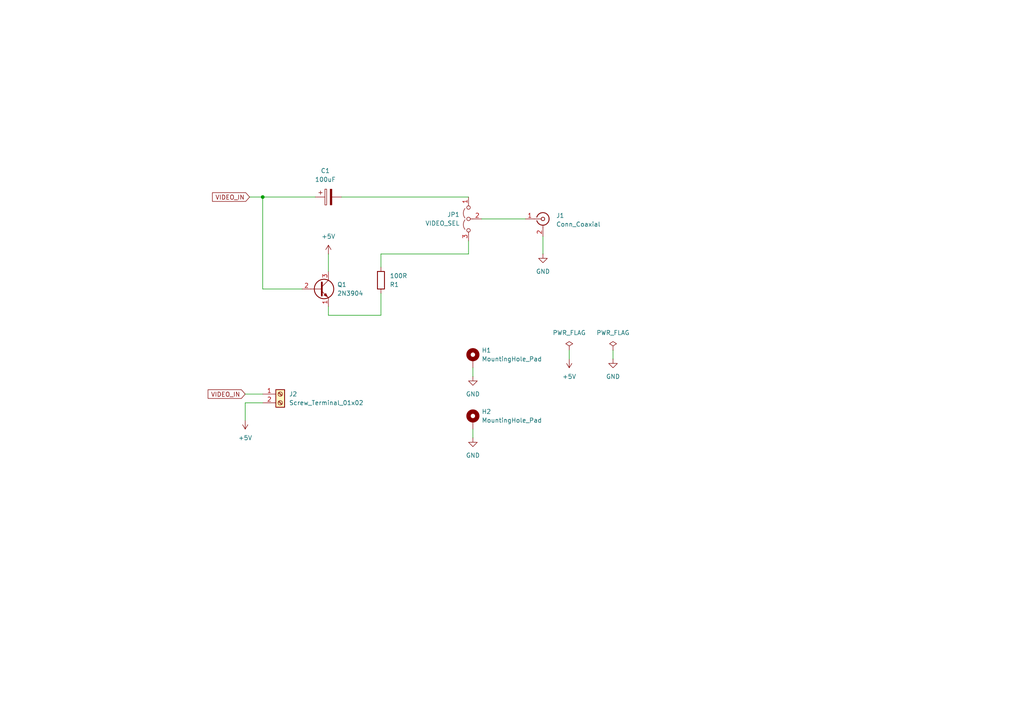
<source format=kicad_sch>
(kicad_sch
	(version 20250114)
	(generator "eeschema")
	(generator_version "9.0")
	(uuid "00b037ea-7c6c-45bd-a076-4a9a7eedba6d")
	(paper "A4")
	(lib_symbols
		(symbol "Connector:Conn_Coaxial"
			(pin_names
				(offset 1.016)
				(hide yes)
			)
			(exclude_from_sim no)
			(in_bom yes)
			(on_board yes)
			(property "Reference" "J"
				(at 0.254 3.048 0)
				(effects
					(font
						(size 1.27 1.27)
					)
				)
			)
			(property "Value" "Conn_Coaxial"
				(at 2.921 0 90)
				(effects
					(font
						(size 1.27 1.27)
					)
				)
			)
			(property "Footprint" ""
				(at 0 0 0)
				(effects
					(font
						(size 1.27 1.27)
					)
					(hide yes)
				)
			)
			(property "Datasheet" "~"
				(at 0 0 0)
				(effects
					(font
						(size 1.27 1.27)
					)
					(hide yes)
				)
			)
			(property "Description" "coaxial connector (BNC, SMA, SMB, SMC, Cinch/RCA, LEMO, ...)"
				(at 0 0 0)
				(effects
					(font
						(size 1.27 1.27)
					)
					(hide yes)
				)
			)
			(property "ki_keywords" "BNC SMA SMB SMC LEMO coaxial connector CINCH RCA MCX MMCX U.FL UMRF"
				(at 0 0 0)
				(effects
					(font
						(size 1.27 1.27)
					)
					(hide yes)
				)
			)
			(property "ki_fp_filters" "*BNC* *SMA* *SMB* *SMC* *Cinch* *LEMO* *UMRF* *MCX* *U.FL*"
				(at 0 0 0)
				(effects
					(font
						(size 1.27 1.27)
					)
					(hide yes)
				)
			)
			(symbol "Conn_Coaxial_0_1"
				(polyline
					(pts
						(xy -2.54 0) (xy -0.508 0)
					)
					(stroke
						(width 0)
						(type default)
					)
					(fill
						(type none)
					)
				)
				(arc
					(start 1.778 0)
					(mid 0.222 -1.8079)
					(end -1.778 -0.508)
					(stroke
						(width 0.254)
						(type default)
					)
					(fill
						(type none)
					)
				)
				(arc
					(start -1.778 0.508)
					(mid 0.2221 1.8084)
					(end 1.778 0)
					(stroke
						(width 0.254)
						(type default)
					)
					(fill
						(type none)
					)
				)
				(circle
					(center 0 0)
					(radius 0.508)
					(stroke
						(width 0.2032)
						(type default)
					)
					(fill
						(type none)
					)
				)
				(polyline
					(pts
						(xy 0 -2.54) (xy 0 -1.778)
					)
					(stroke
						(width 0)
						(type default)
					)
					(fill
						(type none)
					)
				)
			)
			(symbol "Conn_Coaxial_1_1"
				(pin passive line
					(at -5.08 0 0)
					(length 2.54)
					(name "In"
						(effects
							(font
								(size 1.27 1.27)
							)
						)
					)
					(number "1"
						(effects
							(font
								(size 1.27 1.27)
							)
						)
					)
				)
				(pin passive line
					(at 0 -5.08 90)
					(length 2.54)
					(name "Ext"
						(effects
							(font
								(size 1.27 1.27)
							)
						)
					)
					(number "2"
						(effects
							(font
								(size 1.27 1.27)
							)
						)
					)
				)
			)
			(embedded_fonts no)
		)
		(symbol "Connector:Screw_Terminal_01x02"
			(pin_names
				(offset 1.016)
				(hide yes)
			)
			(exclude_from_sim no)
			(in_bom yes)
			(on_board yes)
			(property "Reference" "J"
				(at 0 2.54 0)
				(effects
					(font
						(size 1.27 1.27)
					)
				)
			)
			(property "Value" "Screw_Terminal_01x02"
				(at 0 -5.08 0)
				(effects
					(font
						(size 1.27 1.27)
					)
				)
			)
			(property "Footprint" ""
				(at 0 0 0)
				(effects
					(font
						(size 1.27 1.27)
					)
					(hide yes)
				)
			)
			(property "Datasheet" "~"
				(at 0 0 0)
				(effects
					(font
						(size 1.27 1.27)
					)
					(hide yes)
				)
			)
			(property "Description" "Generic screw terminal, single row, 01x02, script generated (kicad-library-utils/schlib/autogen/connector/)"
				(at 0 0 0)
				(effects
					(font
						(size 1.27 1.27)
					)
					(hide yes)
				)
			)
			(property "ki_keywords" "screw terminal"
				(at 0 0 0)
				(effects
					(font
						(size 1.27 1.27)
					)
					(hide yes)
				)
			)
			(property "ki_fp_filters" "TerminalBlock*:*"
				(at 0 0 0)
				(effects
					(font
						(size 1.27 1.27)
					)
					(hide yes)
				)
			)
			(symbol "Screw_Terminal_01x02_1_1"
				(rectangle
					(start -1.27 1.27)
					(end 1.27 -3.81)
					(stroke
						(width 0.254)
						(type default)
					)
					(fill
						(type background)
					)
				)
				(polyline
					(pts
						(xy -0.5334 0.3302) (xy 0.3302 -0.508)
					)
					(stroke
						(width 0.1524)
						(type default)
					)
					(fill
						(type none)
					)
				)
				(polyline
					(pts
						(xy -0.5334 -2.2098) (xy 0.3302 -3.048)
					)
					(stroke
						(width 0.1524)
						(type default)
					)
					(fill
						(type none)
					)
				)
				(polyline
					(pts
						(xy -0.3556 0.508) (xy 0.508 -0.3302)
					)
					(stroke
						(width 0.1524)
						(type default)
					)
					(fill
						(type none)
					)
				)
				(polyline
					(pts
						(xy -0.3556 -2.032) (xy 0.508 -2.8702)
					)
					(stroke
						(width 0.1524)
						(type default)
					)
					(fill
						(type none)
					)
				)
				(circle
					(center 0 0)
					(radius 0.635)
					(stroke
						(width 0.1524)
						(type default)
					)
					(fill
						(type none)
					)
				)
				(circle
					(center 0 -2.54)
					(radius 0.635)
					(stroke
						(width 0.1524)
						(type default)
					)
					(fill
						(type none)
					)
				)
				(pin passive line
					(at -5.08 0 0)
					(length 3.81)
					(name "Pin_1"
						(effects
							(font
								(size 1.27 1.27)
							)
						)
					)
					(number "1"
						(effects
							(font
								(size 1.27 1.27)
							)
						)
					)
				)
				(pin passive line
					(at -5.08 -2.54 0)
					(length 3.81)
					(name "Pin_2"
						(effects
							(font
								(size 1.27 1.27)
							)
						)
					)
					(number "2"
						(effects
							(font
								(size 1.27 1.27)
							)
						)
					)
				)
			)
			(embedded_fonts no)
		)
		(symbol "Device:C_Polarized"
			(pin_numbers
				(hide yes)
			)
			(pin_names
				(offset 0.254)
			)
			(exclude_from_sim no)
			(in_bom yes)
			(on_board yes)
			(property "Reference" "C"
				(at 0.635 2.54 0)
				(effects
					(font
						(size 1.27 1.27)
					)
					(justify left)
				)
			)
			(property "Value" "C_Polarized"
				(at 0.635 -2.54 0)
				(effects
					(font
						(size 1.27 1.27)
					)
					(justify left)
				)
			)
			(property "Footprint" ""
				(at 0.9652 -3.81 0)
				(effects
					(font
						(size 1.27 1.27)
					)
					(hide yes)
				)
			)
			(property "Datasheet" "~"
				(at 0 0 0)
				(effects
					(font
						(size 1.27 1.27)
					)
					(hide yes)
				)
			)
			(property "Description" "Polarized capacitor"
				(at 0 0 0)
				(effects
					(font
						(size 1.27 1.27)
					)
					(hide yes)
				)
			)
			(property "ki_keywords" "cap capacitor"
				(at 0 0 0)
				(effects
					(font
						(size 1.27 1.27)
					)
					(hide yes)
				)
			)
			(property "ki_fp_filters" "CP_*"
				(at 0 0 0)
				(effects
					(font
						(size 1.27 1.27)
					)
					(hide yes)
				)
			)
			(symbol "C_Polarized_0_1"
				(rectangle
					(start -2.286 0.508)
					(end 2.286 1.016)
					(stroke
						(width 0)
						(type default)
					)
					(fill
						(type none)
					)
				)
				(polyline
					(pts
						(xy -1.778 2.286) (xy -0.762 2.286)
					)
					(stroke
						(width 0)
						(type default)
					)
					(fill
						(type none)
					)
				)
				(polyline
					(pts
						(xy -1.27 2.794) (xy -1.27 1.778)
					)
					(stroke
						(width 0)
						(type default)
					)
					(fill
						(type none)
					)
				)
				(rectangle
					(start 2.286 -0.508)
					(end -2.286 -1.016)
					(stroke
						(width 0)
						(type default)
					)
					(fill
						(type outline)
					)
				)
			)
			(symbol "C_Polarized_1_1"
				(pin passive line
					(at 0 3.81 270)
					(length 2.794)
					(name "~"
						(effects
							(font
								(size 1.27 1.27)
							)
						)
					)
					(number "1"
						(effects
							(font
								(size 1.27 1.27)
							)
						)
					)
				)
				(pin passive line
					(at 0 -3.81 90)
					(length 2.794)
					(name "~"
						(effects
							(font
								(size 1.27 1.27)
							)
						)
					)
					(number "2"
						(effects
							(font
								(size 1.27 1.27)
							)
						)
					)
				)
			)
			(embedded_fonts no)
		)
		(symbol "Device:R"
			(pin_numbers
				(hide yes)
			)
			(pin_names
				(offset 0)
			)
			(exclude_from_sim no)
			(in_bom yes)
			(on_board yes)
			(property "Reference" "R"
				(at 2.032 0 90)
				(effects
					(font
						(size 1.27 1.27)
					)
				)
			)
			(property "Value" "R"
				(at 0 0 90)
				(effects
					(font
						(size 1.27 1.27)
					)
				)
			)
			(property "Footprint" ""
				(at -1.778 0 90)
				(effects
					(font
						(size 1.27 1.27)
					)
					(hide yes)
				)
			)
			(property "Datasheet" "~"
				(at 0 0 0)
				(effects
					(font
						(size 1.27 1.27)
					)
					(hide yes)
				)
			)
			(property "Description" "Resistor"
				(at 0 0 0)
				(effects
					(font
						(size 1.27 1.27)
					)
					(hide yes)
				)
			)
			(property "ki_keywords" "R res resistor"
				(at 0 0 0)
				(effects
					(font
						(size 1.27 1.27)
					)
					(hide yes)
				)
			)
			(property "ki_fp_filters" "R_*"
				(at 0 0 0)
				(effects
					(font
						(size 1.27 1.27)
					)
					(hide yes)
				)
			)
			(symbol "R_0_1"
				(rectangle
					(start -1.016 -2.54)
					(end 1.016 2.54)
					(stroke
						(width 0.254)
						(type default)
					)
					(fill
						(type none)
					)
				)
			)
			(symbol "R_1_1"
				(pin passive line
					(at 0 3.81 270)
					(length 1.27)
					(name "~"
						(effects
							(font
								(size 1.27 1.27)
							)
						)
					)
					(number "1"
						(effects
							(font
								(size 1.27 1.27)
							)
						)
					)
				)
				(pin passive line
					(at 0 -3.81 90)
					(length 1.27)
					(name "~"
						(effects
							(font
								(size 1.27 1.27)
							)
						)
					)
					(number "2"
						(effects
							(font
								(size 1.27 1.27)
							)
						)
					)
				)
			)
			(embedded_fonts no)
		)
		(symbol "Jumper:Jumper_3_Open"
			(pin_names
				(offset 0)
				(hide yes)
			)
			(exclude_from_sim no)
			(in_bom no)
			(on_board yes)
			(property "Reference" "JP"
				(at -2.54 -2.54 0)
				(effects
					(font
						(size 1.27 1.27)
					)
				)
			)
			(property "Value" "Jumper_3_Open"
				(at 0 2.794 0)
				(effects
					(font
						(size 1.27 1.27)
					)
				)
			)
			(property "Footprint" ""
				(at 0 0 0)
				(effects
					(font
						(size 1.27 1.27)
					)
					(hide yes)
				)
			)
			(property "Datasheet" "~"
				(at 0 0 0)
				(effects
					(font
						(size 1.27 1.27)
					)
					(hide yes)
				)
			)
			(property "Description" "Jumper, 3-pole, both open"
				(at 0 0 0)
				(effects
					(font
						(size 1.27 1.27)
					)
					(hide yes)
				)
			)
			(property "ki_keywords" "Jumper SPDT"
				(at 0 0 0)
				(effects
					(font
						(size 1.27 1.27)
					)
					(hide yes)
				)
			)
			(property "ki_fp_filters" "Jumper* TestPoint*3Pads* TestPoint*Bridge*"
				(at 0 0 0)
				(effects
					(font
						(size 1.27 1.27)
					)
					(hide yes)
				)
			)
			(symbol "Jumper_3_Open_0_0"
				(circle
					(center -3.302 0)
					(radius 0.508)
					(stroke
						(width 0)
						(type default)
					)
					(fill
						(type none)
					)
				)
				(circle
					(center 0 0)
					(radius 0.508)
					(stroke
						(width 0)
						(type default)
					)
					(fill
						(type none)
					)
				)
				(circle
					(center 3.302 0)
					(radius 0.508)
					(stroke
						(width 0)
						(type default)
					)
					(fill
						(type none)
					)
				)
			)
			(symbol "Jumper_3_Open_0_1"
				(arc
					(start -3.048 1.016)
					(mid -1.651 1.4992)
					(end -0.254 1.016)
					(stroke
						(width 0)
						(type default)
					)
					(fill
						(type none)
					)
				)
				(polyline
					(pts
						(xy 0 -0.508) (xy 0 -1.27)
					)
					(stroke
						(width 0)
						(type default)
					)
					(fill
						(type none)
					)
				)
				(arc
					(start 0.254 1.016)
					(mid 1.651 1.4992)
					(end 3.048 1.016)
					(stroke
						(width 0)
						(type default)
					)
					(fill
						(type none)
					)
				)
			)
			(symbol "Jumper_3_Open_1_1"
				(pin passive line
					(at -6.35 0 0)
					(length 2.54)
					(name "A"
						(effects
							(font
								(size 1.27 1.27)
							)
						)
					)
					(number "1"
						(effects
							(font
								(size 1.27 1.27)
							)
						)
					)
				)
				(pin passive line
					(at 0 -3.81 90)
					(length 2.54)
					(name "C"
						(effects
							(font
								(size 1.27 1.27)
							)
						)
					)
					(number "2"
						(effects
							(font
								(size 1.27 1.27)
							)
						)
					)
				)
				(pin passive line
					(at 6.35 0 180)
					(length 2.54)
					(name "B"
						(effects
							(font
								(size 1.27 1.27)
							)
						)
					)
					(number "3"
						(effects
							(font
								(size 1.27 1.27)
							)
						)
					)
				)
			)
			(embedded_fonts no)
		)
		(symbol "Mechanical:MountingHole_Pad"
			(pin_numbers
				(hide yes)
			)
			(pin_names
				(offset 1.016)
				(hide yes)
			)
			(exclude_from_sim no)
			(in_bom no)
			(on_board yes)
			(property "Reference" "H"
				(at 0 6.35 0)
				(effects
					(font
						(size 1.27 1.27)
					)
				)
			)
			(property "Value" "MountingHole_Pad"
				(at 0 4.445 0)
				(effects
					(font
						(size 1.27 1.27)
					)
				)
			)
			(property "Footprint" ""
				(at 0 0 0)
				(effects
					(font
						(size 1.27 1.27)
					)
					(hide yes)
				)
			)
			(property "Datasheet" "~"
				(at 0 0 0)
				(effects
					(font
						(size 1.27 1.27)
					)
					(hide yes)
				)
			)
			(property "Description" "Mounting Hole with connection"
				(at 0 0 0)
				(effects
					(font
						(size 1.27 1.27)
					)
					(hide yes)
				)
			)
			(property "ki_keywords" "mounting hole"
				(at 0 0 0)
				(effects
					(font
						(size 1.27 1.27)
					)
					(hide yes)
				)
			)
			(property "ki_fp_filters" "MountingHole*Pad*"
				(at 0 0 0)
				(effects
					(font
						(size 1.27 1.27)
					)
					(hide yes)
				)
			)
			(symbol "MountingHole_Pad_0_1"
				(circle
					(center 0 1.27)
					(radius 1.27)
					(stroke
						(width 1.27)
						(type default)
					)
					(fill
						(type none)
					)
				)
			)
			(symbol "MountingHole_Pad_1_1"
				(pin input line
					(at 0 -2.54 90)
					(length 2.54)
					(name "1"
						(effects
							(font
								(size 1.27 1.27)
							)
						)
					)
					(number "1"
						(effects
							(font
								(size 1.27 1.27)
							)
						)
					)
				)
			)
			(embedded_fonts no)
		)
		(symbol "Transistor_BJT:2N3904"
			(pin_names
				(offset 0)
				(hide yes)
			)
			(exclude_from_sim no)
			(in_bom yes)
			(on_board yes)
			(property "Reference" "Q"
				(at 5.08 1.905 0)
				(effects
					(font
						(size 1.27 1.27)
					)
					(justify left)
				)
			)
			(property "Value" "2N3904"
				(at 5.08 0 0)
				(effects
					(font
						(size 1.27 1.27)
					)
					(justify left)
				)
			)
			(property "Footprint" "Package_TO_SOT_THT:TO-92_Inline"
				(at 5.08 -1.905 0)
				(effects
					(font
						(size 1.27 1.27)
						(italic yes)
					)
					(justify left)
					(hide yes)
				)
			)
			(property "Datasheet" "https://www.onsemi.com/pub/Collateral/2N3903-D.PDF"
				(at 0 0 0)
				(effects
					(font
						(size 1.27 1.27)
					)
					(justify left)
					(hide yes)
				)
			)
			(property "Description" "0.2A Ic, 40V Vce, Small Signal NPN Transistor, TO-92"
				(at 0 0 0)
				(effects
					(font
						(size 1.27 1.27)
					)
					(hide yes)
				)
			)
			(property "ki_keywords" "NPN Transistor"
				(at 0 0 0)
				(effects
					(font
						(size 1.27 1.27)
					)
					(hide yes)
				)
			)
			(property "ki_fp_filters" "TO?92*"
				(at 0 0 0)
				(effects
					(font
						(size 1.27 1.27)
					)
					(hide yes)
				)
			)
			(symbol "2N3904_0_1"
				(polyline
					(pts
						(xy -2.54 0) (xy 0.635 0)
					)
					(stroke
						(width 0)
						(type default)
					)
					(fill
						(type none)
					)
				)
				(polyline
					(pts
						(xy 0.635 1.905) (xy 0.635 -1.905)
					)
					(stroke
						(width 0.508)
						(type default)
					)
					(fill
						(type none)
					)
				)
				(circle
					(center 1.27 0)
					(radius 2.8194)
					(stroke
						(width 0.254)
						(type default)
					)
					(fill
						(type none)
					)
				)
			)
			(symbol "2N3904_1_1"
				(polyline
					(pts
						(xy 0.635 0.635) (xy 2.54 2.54)
					)
					(stroke
						(width 0)
						(type default)
					)
					(fill
						(type none)
					)
				)
				(polyline
					(pts
						(xy 0.635 -0.635) (xy 2.54 -2.54)
					)
					(stroke
						(width 0)
						(type default)
					)
					(fill
						(type none)
					)
				)
				(polyline
					(pts
						(xy 1.27 -1.778) (xy 1.778 -1.27) (xy 2.286 -2.286) (xy 1.27 -1.778)
					)
					(stroke
						(width 0)
						(type default)
					)
					(fill
						(type outline)
					)
				)
				(pin input line
					(at -5.08 0 0)
					(length 2.54)
					(name "B"
						(effects
							(font
								(size 1.27 1.27)
							)
						)
					)
					(number "2"
						(effects
							(font
								(size 1.27 1.27)
							)
						)
					)
				)
				(pin passive line
					(at 2.54 5.08 270)
					(length 2.54)
					(name "C"
						(effects
							(font
								(size 1.27 1.27)
							)
						)
					)
					(number "3"
						(effects
							(font
								(size 1.27 1.27)
							)
						)
					)
				)
				(pin passive line
					(at 2.54 -5.08 90)
					(length 2.54)
					(name "E"
						(effects
							(font
								(size 1.27 1.27)
							)
						)
					)
					(number "1"
						(effects
							(font
								(size 1.27 1.27)
							)
						)
					)
				)
			)
			(embedded_fonts no)
		)
		(symbol "power:+5V"
			(power)
			(pin_numbers
				(hide yes)
			)
			(pin_names
				(offset 0)
				(hide yes)
			)
			(exclude_from_sim no)
			(in_bom yes)
			(on_board yes)
			(property "Reference" "#PWR"
				(at 0 -3.81 0)
				(effects
					(font
						(size 1.27 1.27)
					)
					(hide yes)
				)
			)
			(property "Value" "+5V"
				(at 0 3.556 0)
				(effects
					(font
						(size 1.27 1.27)
					)
				)
			)
			(property "Footprint" ""
				(at 0 0 0)
				(effects
					(font
						(size 1.27 1.27)
					)
					(hide yes)
				)
			)
			(property "Datasheet" ""
				(at 0 0 0)
				(effects
					(font
						(size 1.27 1.27)
					)
					(hide yes)
				)
			)
			(property "Description" "Power symbol creates a global label with name \"+5V\""
				(at 0 0 0)
				(effects
					(font
						(size 1.27 1.27)
					)
					(hide yes)
				)
			)
			(property "ki_keywords" "global power"
				(at 0 0 0)
				(effects
					(font
						(size 1.27 1.27)
					)
					(hide yes)
				)
			)
			(symbol "+5V_0_1"
				(polyline
					(pts
						(xy -0.762 1.27) (xy 0 2.54)
					)
					(stroke
						(width 0)
						(type default)
					)
					(fill
						(type none)
					)
				)
				(polyline
					(pts
						(xy 0 2.54) (xy 0.762 1.27)
					)
					(stroke
						(width 0)
						(type default)
					)
					(fill
						(type none)
					)
				)
				(polyline
					(pts
						(xy 0 0) (xy 0 2.54)
					)
					(stroke
						(width 0)
						(type default)
					)
					(fill
						(type none)
					)
				)
			)
			(symbol "+5V_1_1"
				(pin power_in line
					(at 0 0 90)
					(length 0)
					(name "~"
						(effects
							(font
								(size 1.27 1.27)
							)
						)
					)
					(number "1"
						(effects
							(font
								(size 1.27 1.27)
							)
						)
					)
				)
			)
			(embedded_fonts no)
		)
		(symbol "power:GND"
			(power)
			(pin_numbers
				(hide yes)
			)
			(pin_names
				(offset 0)
				(hide yes)
			)
			(exclude_from_sim no)
			(in_bom yes)
			(on_board yes)
			(property "Reference" "#PWR"
				(at 0 -6.35 0)
				(effects
					(font
						(size 1.27 1.27)
					)
					(hide yes)
				)
			)
			(property "Value" "GND"
				(at 0 -3.81 0)
				(effects
					(font
						(size 1.27 1.27)
					)
				)
			)
			(property "Footprint" ""
				(at 0 0 0)
				(effects
					(font
						(size 1.27 1.27)
					)
					(hide yes)
				)
			)
			(property "Datasheet" ""
				(at 0 0 0)
				(effects
					(font
						(size 1.27 1.27)
					)
					(hide yes)
				)
			)
			(property "Description" "Power symbol creates a global label with name \"GND\" , ground"
				(at 0 0 0)
				(effects
					(font
						(size 1.27 1.27)
					)
					(hide yes)
				)
			)
			(property "ki_keywords" "global power"
				(at 0 0 0)
				(effects
					(font
						(size 1.27 1.27)
					)
					(hide yes)
				)
			)
			(symbol "GND_0_1"
				(polyline
					(pts
						(xy 0 0) (xy 0 -1.27) (xy 1.27 -1.27) (xy 0 -2.54) (xy -1.27 -1.27) (xy 0 -1.27)
					)
					(stroke
						(width 0)
						(type default)
					)
					(fill
						(type none)
					)
				)
			)
			(symbol "GND_1_1"
				(pin power_in line
					(at 0 0 270)
					(length 0)
					(name "~"
						(effects
							(font
								(size 1.27 1.27)
							)
						)
					)
					(number "1"
						(effects
							(font
								(size 1.27 1.27)
							)
						)
					)
				)
			)
			(embedded_fonts no)
		)
		(symbol "power:PWR_FLAG"
			(power)
			(pin_numbers
				(hide yes)
			)
			(pin_names
				(offset 0)
				(hide yes)
			)
			(exclude_from_sim no)
			(in_bom yes)
			(on_board yes)
			(property "Reference" "#FLG"
				(at 0 1.905 0)
				(effects
					(font
						(size 1.27 1.27)
					)
					(hide yes)
				)
			)
			(property "Value" "PWR_FLAG"
				(at 0 3.81 0)
				(effects
					(font
						(size 1.27 1.27)
					)
				)
			)
			(property "Footprint" ""
				(at 0 0 0)
				(effects
					(font
						(size 1.27 1.27)
					)
					(hide yes)
				)
			)
			(property "Datasheet" "~"
				(at 0 0 0)
				(effects
					(font
						(size 1.27 1.27)
					)
					(hide yes)
				)
			)
			(property "Description" "Special symbol for telling ERC where power comes from"
				(at 0 0 0)
				(effects
					(font
						(size 1.27 1.27)
					)
					(hide yes)
				)
			)
			(property "ki_keywords" "flag power"
				(at 0 0 0)
				(effects
					(font
						(size 1.27 1.27)
					)
					(hide yes)
				)
			)
			(symbol "PWR_FLAG_0_0"
				(pin power_out line
					(at 0 0 90)
					(length 0)
					(name "~"
						(effects
							(font
								(size 1.27 1.27)
							)
						)
					)
					(number "1"
						(effects
							(font
								(size 1.27 1.27)
							)
						)
					)
				)
			)
			(symbol "PWR_FLAG_0_1"
				(polyline
					(pts
						(xy 0 0) (xy 0 1.27) (xy -1.016 1.905) (xy 0 2.54) (xy 1.016 1.905) (xy 0 1.27)
					)
					(stroke
						(width 0)
						(type default)
					)
					(fill
						(type none)
					)
				)
			)
			(embedded_fonts no)
		)
	)
	(junction
		(at 76.2 57.15)
		(diameter 0)
		(color 0 0 0 0)
		(uuid "e0269158-0dc3-49a3-8ae7-ad5d08157c48")
	)
	(wire
		(pts
			(xy 99.06 57.15) (xy 135.89 57.15)
		)
		(stroke
			(width 0)
			(type default)
		)
		(uuid "01b90dcd-2aea-4952-83b1-89756ee8dbc5")
	)
	(wire
		(pts
			(xy 110.49 73.66) (xy 110.49 77.47)
		)
		(stroke
			(width 0)
			(type default)
		)
		(uuid "026420dd-7446-459e-bffd-2b7b430927d1")
	)
	(wire
		(pts
			(xy 95.25 88.9) (xy 95.25 91.44)
		)
		(stroke
			(width 0)
			(type default)
		)
		(uuid "0f2e5d95-1215-4582-b6c7-c17d559cc4cb")
	)
	(wire
		(pts
			(xy 95.25 73.66) (xy 95.25 78.74)
		)
		(stroke
			(width 0)
			(type default)
		)
		(uuid "156c941c-cd4b-4f3b-addd-d397da11522a")
	)
	(wire
		(pts
			(xy 137.16 124.46) (xy 137.16 127)
		)
		(stroke
			(width 0)
			(type default)
		)
		(uuid "1678b432-b054-4896-9b48-88892e006e84")
	)
	(wire
		(pts
			(xy 87.63 83.82) (xy 76.2 83.82)
		)
		(stroke
			(width 0)
			(type default)
		)
		(uuid "26a36252-2d59-4855-97f8-eef1a3b04398")
	)
	(wire
		(pts
			(xy 71.12 116.84) (xy 76.2 116.84)
		)
		(stroke
			(width 0)
			(type default)
		)
		(uuid "2c5bfab7-b757-44ec-bf0a-755a67693745")
	)
	(wire
		(pts
			(xy 165.1 101.6) (xy 165.1 104.14)
		)
		(stroke
			(width 0)
			(type default)
		)
		(uuid "30e2da9b-c6f6-4077-9a2a-491e276b203d")
	)
	(wire
		(pts
			(xy 135.89 73.66) (xy 110.49 73.66)
		)
		(stroke
			(width 0)
			(type default)
		)
		(uuid "67885f08-710e-41ee-b720-31e181b97093")
	)
	(wire
		(pts
			(xy 110.49 85.09) (xy 110.49 91.44)
		)
		(stroke
			(width 0)
			(type default)
		)
		(uuid "a1246855-8f1f-4029-abb4-00fb2cc5eb25")
	)
	(wire
		(pts
			(xy 71.12 116.84) (xy 71.12 121.92)
		)
		(stroke
			(width 0)
			(type default)
		)
		(uuid "a2ab6100-69b7-42a5-9711-e80e7b804744")
	)
	(wire
		(pts
			(xy 177.8 101.6) (xy 177.8 104.14)
		)
		(stroke
			(width 0)
			(type default)
		)
		(uuid "a75fb810-b33b-4b24-9c25-bd1d2ce22e8d")
	)
	(wire
		(pts
			(xy 139.7 63.5) (xy 152.4 63.5)
		)
		(stroke
			(width 0)
			(type default)
		)
		(uuid "ad742ed6-8321-4735-b71e-6a546b7420b2")
	)
	(wire
		(pts
			(xy 135.89 69.85) (xy 135.89 73.66)
		)
		(stroke
			(width 0)
			(type default)
		)
		(uuid "b2dc8689-674f-444b-8b1f-0a7e6c5320c1")
	)
	(wire
		(pts
			(xy 110.49 91.44) (xy 95.25 91.44)
		)
		(stroke
			(width 0)
			(type default)
		)
		(uuid "c6d7a5e3-49a4-4575-9e52-741e09a64bd4")
	)
	(wire
		(pts
			(xy 137.16 106.68) (xy 137.16 109.22)
		)
		(stroke
			(width 0)
			(type default)
		)
		(uuid "c85c278c-037e-46a9-be96-f4e7a56dc3f5")
	)
	(wire
		(pts
			(xy 76.2 57.15) (xy 91.44 57.15)
		)
		(stroke
			(width 0)
			(type default)
		)
		(uuid "e879444b-f9e9-463a-8661-9fa43e0d3a45")
	)
	(wire
		(pts
			(xy 72.39 57.15) (xy 76.2 57.15)
		)
		(stroke
			(width 0)
			(type default)
		)
		(uuid "e90d77c5-8b44-4dcf-aeb2-60d1ced8cd45")
	)
	(wire
		(pts
			(xy 71.12 114.3) (xy 76.2 114.3)
		)
		(stroke
			(width 0)
			(type default)
		)
		(uuid "eec75dfc-ea96-4f0c-b64f-e2115b19ebcd")
	)
	(wire
		(pts
			(xy 157.48 68.58) (xy 157.48 73.66)
		)
		(stroke
			(width 0)
			(type default)
		)
		(uuid "f4ea74d5-79a7-4b69-b037-f0ef9b064801")
	)
	(wire
		(pts
			(xy 76.2 57.15) (xy 76.2 83.82)
		)
		(stroke
			(width 0)
			(type default)
		)
		(uuid "f946a15a-0b9b-4e4c-8a1c-6e9caf7c8884")
	)
	(global_label "VIDEO_IN"
		(shape input)
		(at 72.39 57.15 180)
		(fields_autoplaced yes)
		(effects
			(font
				(size 1.27 1.27)
			)
			(justify right)
		)
		(uuid "89f57f6d-9568-4b01-80bd-b3d123b81f70")
		(property "Intersheetrefs" "${INTERSHEET_REFS}"
			(at 61.059 57.15 0)
			(effects
				(font
					(size 1.27 1.27)
				)
				(justify right)
				(hide yes)
			)
		)
	)
	(global_label "VIDEO_IN"
		(shape input)
		(at 71.12 114.3 180)
		(fields_autoplaced yes)
		(effects
			(font
				(size 1.27 1.27)
			)
			(justify right)
		)
		(uuid "c32a0799-7195-49f1-8ee5-fe2acd642e53")
		(property "Intersheetrefs" "${INTERSHEET_REFS}"
			(at 59.789 114.3 0)
			(effects
				(font
					(size 1.27 1.27)
				)
				(justify right)
				(hide yes)
			)
		)
	)
	(symbol
		(lib_id "power:GND")
		(at 137.16 109.22 0)
		(unit 1)
		(exclude_from_sim no)
		(in_bom yes)
		(on_board yes)
		(dnp no)
		(fields_autoplaced yes)
		(uuid "2f7dcd5d-b25a-422e-aad6-df6414a9017c")
		(property "Reference" "#PWR02"
			(at 137.16 115.57 0)
			(effects
				(font
					(size 1.27 1.27)
				)
				(hide yes)
			)
		)
		(property "Value" "GND"
			(at 137.16 114.3 0)
			(effects
				(font
					(size 1.27 1.27)
				)
			)
		)
		(property "Footprint" ""
			(at 137.16 109.22 0)
			(effects
				(font
					(size 1.27 1.27)
				)
				(hide yes)
			)
		)
		(property "Datasheet" ""
			(at 137.16 109.22 0)
			(effects
				(font
					(size 1.27 1.27)
				)
				(hide yes)
			)
		)
		(property "Description" "Power symbol creates a global label with name \"GND\" , ground"
			(at 137.16 109.22 0)
			(effects
				(font
					(size 1.27 1.27)
				)
				(hide yes)
			)
		)
		(pin "1"
			(uuid "e0953e4c-616d-4a67-a192-4c96d32a34de")
		)
		(instances
			(project "AV-Adapter"
				(path "/00b037ea-7c6c-45bd-a076-4a9a7eedba6d"
					(reference "#PWR02")
					(unit 1)
				)
			)
		)
	)
	(symbol
		(lib_id "Mechanical:MountingHole_Pad")
		(at 137.16 104.14 0)
		(unit 1)
		(exclude_from_sim no)
		(in_bom no)
		(on_board yes)
		(dnp no)
		(fields_autoplaced yes)
		(uuid "391c6a5f-efc1-458c-8272-e20e12a0dc0a")
		(property "Reference" "H1"
			(at 139.7 101.5999 0)
			(effects
				(font
					(size 1.27 1.27)
				)
				(justify left)
			)
		)
		(property "Value" "MountingHole_Pad"
			(at 139.7 104.1399 0)
			(effects
				(font
					(size 1.27 1.27)
				)
				(justify left)
			)
		)
		(property "Footprint" "MountingHole:MountingHole_3.2mm_M3_Pad"
			(at 137.16 104.14 0)
			(effects
				(font
					(size 1.27 1.27)
				)
				(hide yes)
			)
		)
		(property "Datasheet" "~"
			(at 137.16 104.14 0)
			(effects
				(font
					(size 1.27 1.27)
				)
				(hide yes)
			)
		)
		(property "Description" "Mounting Hole with connection"
			(at 137.16 104.14 0)
			(effects
				(font
					(size 1.27 1.27)
				)
				(hide yes)
			)
		)
		(pin "1"
			(uuid "b668d9f5-a853-4037-b52a-d0d26f7dbeac")
		)
		(instances
			(project ""
				(path "/00b037ea-7c6c-45bd-a076-4a9a7eedba6d"
					(reference "H1")
					(unit 1)
				)
			)
		)
	)
	(symbol
		(lib_id "Connector:Screw_Terminal_01x02")
		(at 81.28 114.3 0)
		(unit 1)
		(exclude_from_sim no)
		(in_bom yes)
		(on_board yes)
		(dnp no)
		(fields_autoplaced yes)
		(uuid "45056565-003c-4723-b6cc-459b85613de5")
		(property "Reference" "J2"
			(at 83.82 114.2999 0)
			(effects
				(font
					(size 1.27 1.27)
				)
				(justify left)
			)
		)
		(property "Value" "Screw_Terminal_01x02"
			(at 83.82 116.8399 0)
			(effects
				(font
					(size 1.27 1.27)
				)
				(justify left)
			)
		)
		(property "Footprint" "TerminalBlock_Phoenix:TerminalBlock_Phoenix_MKDS-1,5-2-5.08_1x02_P5.08mm_Horizontal"
			(at 81.28 114.3 0)
			(effects
				(font
					(size 1.27 1.27)
				)
				(hide yes)
			)
		)
		(property "Datasheet" "~"
			(at 81.28 114.3 0)
			(effects
				(font
					(size 1.27 1.27)
				)
				(hide yes)
			)
		)
		(property "Description" "Generic screw terminal, single row, 01x02, script generated (kicad-library-utils/schlib/autogen/connector/)"
			(at 81.28 114.3 0)
			(effects
				(font
					(size 1.27 1.27)
				)
				(hide yes)
			)
		)
		(pin "1"
			(uuid "e7c9d637-3257-4873-b0b6-4067fb0efcc5")
		)
		(pin "2"
			(uuid "04cc13fc-f603-41ec-a3d3-86bc1799ba94")
		)
		(instances
			(project ""
				(path "/00b037ea-7c6c-45bd-a076-4a9a7eedba6d"
					(reference "J2")
					(unit 1)
				)
			)
		)
	)
	(symbol
		(lib_id "Device:R")
		(at 110.49 81.28 0)
		(mirror x)
		(unit 1)
		(exclude_from_sim no)
		(in_bom yes)
		(on_board yes)
		(dnp no)
		(fields_autoplaced yes)
		(uuid "4a5df9bd-f2ae-4c4f-9592-e8d27d42ba86")
		(property "Reference" "R1"
			(at 113.03 82.5501 0)
			(effects
				(font
					(size 1.27 1.27)
				)
				(justify left)
			)
		)
		(property "Value" "100R"
			(at 113.03 80.0101 0)
			(effects
				(font
					(size 1.27 1.27)
				)
				(justify left)
			)
		)
		(property "Footprint" "Resistor_THT:R_Axial_DIN0207_L6.3mm_D2.5mm_P7.62mm_Horizontal"
			(at 108.712 81.28 90)
			(effects
				(font
					(size 1.27 1.27)
				)
				(hide yes)
			)
		)
		(property "Datasheet" "~"
			(at 110.49 81.28 0)
			(effects
				(font
					(size 1.27 1.27)
				)
				(hide yes)
			)
		)
		(property "Description" "Resistor"
			(at 110.49 81.28 0)
			(effects
				(font
					(size 1.27 1.27)
				)
				(hide yes)
			)
		)
		(pin "2"
			(uuid "46140611-a3ca-4a7b-80d3-02db469af9ab")
		)
		(pin "1"
			(uuid "60f02582-30bb-4ff6-a351-a200b673df4c")
		)
		(instances
			(project "AV-Adapter"
				(path "/00b037ea-7c6c-45bd-a076-4a9a7eedba6d"
					(reference "R1")
					(unit 1)
				)
			)
		)
	)
	(symbol
		(lib_id "Connector:Conn_Coaxial")
		(at 157.48 63.5 0)
		(unit 1)
		(exclude_from_sim no)
		(in_bom yes)
		(on_board yes)
		(dnp no)
		(uuid "57f5cbe9-86d4-4045-b551-ce2f056c7fe0")
		(property "Reference" "J1"
			(at 161.29 62.5231 0)
			(effects
				(font
					(size 1.27 1.27)
				)
				(justify left)
			)
		)
		(property "Value" "Conn_Coaxial"
			(at 161.29 65.0631 0)
			(effects
				(font
					(size 1.27 1.27)
				)
				(justify left)
			)
		)
		(property "Footprint" "AV-Adapter:RCA_CONNECTOR"
			(at 157.48 63.5 0)
			(effects
				(font
					(size 1.27 1.27)
				)
				(hide yes)
			)
		)
		(property "Datasheet" "~"
			(at 157.48 63.5 0)
			(effects
				(font
					(size 1.27 1.27)
				)
				(hide yes)
			)
		)
		(property "Description" "coaxial connector (BNC, SMA, SMB, SMC, Cinch/RCA, LEMO, ...)"
			(at 157.48 63.5 0)
			(effects
				(font
					(size 1.27 1.27)
				)
				(hide yes)
			)
		)
		(pin "1"
			(uuid "8e74a611-0590-4a32-a94f-526bd835b41d")
		)
		(pin "2"
			(uuid "564a31cc-e8ec-4b36-80d6-a4a927537e6a")
		)
		(instances
			(project ""
				(path "/00b037ea-7c6c-45bd-a076-4a9a7eedba6d"
					(reference "J1")
					(unit 1)
				)
			)
		)
	)
	(symbol
		(lib_id "power:PWR_FLAG")
		(at 165.1 101.6 0)
		(unit 1)
		(exclude_from_sim no)
		(in_bom yes)
		(on_board yes)
		(dnp no)
		(fields_autoplaced yes)
		(uuid "6d252b6e-6639-4152-999c-87da4849f634")
		(property "Reference" "#FLG02"
			(at 165.1 99.695 0)
			(effects
				(font
					(size 1.27 1.27)
				)
				(hide yes)
			)
		)
		(property "Value" "PWR_FLAG"
			(at 165.1 96.52 0)
			(effects
				(font
					(size 1.27 1.27)
				)
			)
		)
		(property "Footprint" ""
			(at 165.1 101.6 0)
			(effects
				(font
					(size 1.27 1.27)
				)
				(hide yes)
			)
		)
		(property "Datasheet" "~"
			(at 165.1 101.6 0)
			(effects
				(font
					(size 1.27 1.27)
				)
				(hide yes)
			)
		)
		(property "Description" "Special symbol for telling ERC where power comes from"
			(at 165.1 101.6 0)
			(effects
				(font
					(size 1.27 1.27)
				)
				(hide yes)
			)
		)
		(pin "1"
			(uuid "f3a655cd-427f-4278-b7c9-18fbff3ffc3b")
		)
		(instances
			(project "AV-Adapter"
				(path "/00b037ea-7c6c-45bd-a076-4a9a7eedba6d"
					(reference "#FLG02")
					(unit 1)
				)
			)
		)
	)
	(symbol
		(lib_id "power:+5V")
		(at 165.1 104.14 0)
		(mirror x)
		(unit 1)
		(exclude_from_sim no)
		(in_bom yes)
		(on_board yes)
		(dnp no)
		(uuid "729b101c-4ef3-48e5-8075-71ebdedfdd6d")
		(property "Reference" "#PWR07"
			(at 165.1 100.33 0)
			(effects
				(font
					(size 1.27 1.27)
				)
				(hide yes)
			)
		)
		(property "Value" "+5V"
			(at 165.1 109.22 0)
			(effects
				(font
					(size 1.27 1.27)
				)
			)
		)
		(property "Footprint" ""
			(at 165.1 104.14 0)
			(effects
				(font
					(size 1.27 1.27)
				)
				(hide yes)
			)
		)
		(property "Datasheet" ""
			(at 165.1 104.14 0)
			(effects
				(font
					(size 1.27 1.27)
				)
				(hide yes)
			)
		)
		(property "Description" "Power symbol creates a global label with name \"+5V\""
			(at 165.1 104.14 0)
			(effects
				(font
					(size 1.27 1.27)
				)
				(hide yes)
			)
		)
		(pin "1"
			(uuid "8dd67b5e-a36f-41b1-99b9-9b24a4a6d24e")
		)
		(instances
			(project "AV-Adapter"
				(path "/00b037ea-7c6c-45bd-a076-4a9a7eedba6d"
					(reference "#PWR07")
					(unit 1)
				)
			)
		)
	)
	(symbol
		(lib_id "Jumper:Jumper_3_Open")
		(at 135.89 63.5 90)
		(mirror x)
		(unit 1)
		(exclude_from_sim no)
		(in_bom no)
		(on_board yes)
		(dnp no)
		(uuid "7ac2ceac-4a76-4b00-84f0-277493f8d9df")
		(property "Reference" "JP1"
			(at 133.35 62.2299 90)
			(effects
				(font
					(size 1.27 1.27)
				)
				(justify left)
			)
		)
		(property "Value" "VIDEO_SEL"
			(at 133.35 64.7699 90)
			(effects
				(font
					(size 1.27 1.27)
				)
				(justify left)
			)
		)
		(property "Footprint" "Connector_PinHeader_2.54mm:PinHeader_1x03_P2.54mm_Vertical"
			(at 135.89 63.5 0)
			(effects
				(font
					(size 1.27 1.27)
				)
				(hide yes)
			)
		)
		(property "Datasheet" "~"
			(at 135.89 63.5 0)
			(effects
				(font
					(size 1.27 1.27)
				)
				(hide yes)
			)
		)
		(property "Description" "Jumper, 3-pole, both open"
			(at 135.89 63.5 0)
			(effects
				(font
					(size 1.27 1.27)
				)
				(hide yes)
			)
		)
		(pin "2"
			(uuid "a8995ce9-fd77-468d-8922-2160bc7d1e3a")
		)
		(pin "1"
			(uuid "f5c2edaa-24ca-4747-a664-774cc1a474bf")
		)
		(pin "3"
			(uuid "551082a2-e3d5-4ed9-a883-148f5d297c74")
		)
		(instances
			(project "AV-Adapter"
				(path "/00b037ea-7c6c-45bd-a076-4a9a7eedba6d"
					(reference "JP1")
					(unit 1)
				)
			)
		)
	)
	(symbol
		(lib_id "power:GND")
		(at 177.8 104.14 0)
		(unit 1)
		(exclude_from_sim no)
		(in_bom yes)
		(on_board yes)
		(dnp no)
		(fields_autoplaced yes)
		(uuid "927625f3-99a6-4cda-8046-44e7e7a40742")
		(property "Reference" "#PWR08"
			(at 177.8 110.49 0)
			(effects
				(font
					(size 1.27 1.27)
				)
				(hide yes)
			)
		)
		(property "Value" "GND"
			(at 177.8 109.22 0)
			(effects
				(font
					(size 1.27 1.27)
				)
			)
		)
		(property "Footprint" ""
			(at 177.8 104.14 0)
			(effects
				(font
					(size 1.27 1.27)
				)
				(hide yes)
			)
		)
		(property "Datasheet" ""
			(at 177.8 104.14 0)
			(effects
				(font
					(size 1.27 1.27)
				)
				(hide yes)
			)
		)
		(property "Description" "Power symbol creates a global label with name \"GND\" , ground"
			(at 177.8 104.14 0)
			(effects
				(font
					(size 1.27 1.27)
				)
				(hide yes)
			)
		)
		(pin "1"
			(uuid "29bc0486-f685-40dc-a813-d19cff6765f0")
		)
		(instances
			(project "AV-Adapter"
				(path "/00b037ea-7c6c-45bd-a076-4a9a7eedba6d"
					(reference "#PWR08")
					(unit 1)
				)
			)
		)
	)
	(symbol
		(lib_id "Device:C_Polarized")
		(at 95.25 57.15 90)
		(mirror x)
		(unit 1)
		(exclude_from_sim no)
		(in_bom yes)
		(on_board yes)
		(dnp no)
		(fields_autoplaced yes)
		(uuid "a0b982bb-a15b-4089-9574-ed60009f722e")
		(property "Reference" "C1"
			(at 94.361 49.53 90)
			(effects
				(font
					(size 1.27 1.27)
				)
			)
		)
		(property "Value" "100uF"
			(at 94.361 52.07 90)
			(effects
				(font
					(size 1.27 1.27)
				)
			)
		)
		(property "Footprint" "Capacitor_THT:CP_Radial_D5.0mm_P2.50mm"
			(at 99.06 58.1152 0)
			(effects
				(font
					(size 1.27 1.27)
				)
				(hide yes)
			)
		)
		(property "Datasheet" "~"
			(at 95.25 57.15 0)
			(effects
				(font
					(size 1.27 1.27)
				)
				(hide yes)
			)
		)
		(property "Description" "Polarized capacitor"
			(at 95.25 57.15 0)
			(effects
				(font
					(size 1.27 1.27)
				)
				(hide yes)
			)
		)
		(pin "1"
			(uuid "7b37ca5e-8583-4aa8-8458-809d4c5bf2a1")
		)
		(pin "2"
			(uuid "6de5955a-d0e0-4bd7-b1e5-8c19a6c6749e")
		)
		(instances
			(project "AV-Adapter"
				(path "/00b037ea-7c6c-45bd-a076-4a9a7eedba6d"
					(reference "C1")
					(unit 1)
				)
			)
		)
	)
	(symbol
		(lib_id "power:GND")
		(at 157.48 73.66 0)
		(unit 1)
		(exclude_from_sim no)
		(in_bom yes)
		(on_board yes)
		(dnp no)
		(fields_autoplaced yes)
		(uuid "bf5230a3-57b9-42b7-96d0-08c225598e47")
		(property "Reference" "#PWR01"
			(at 157.48 80.01 0)
			(effects
				(font
					(size 1.27 1.27)
				)
				(hide yes)
			)
		)
		(property "Value" "GND"
			(at 157.48 78.74 0)
			(effects
				(font
					(size 1.27 1.27)
				)
			)
		)
		(property "Footprint" ""
			(at 157.48 73.66 0)
			(effects
				(font
					(size 1.27 1.27)
				)
				(hide yes)
			)
		)
		(property "Datasheet" ""
			(at 157.48 73.66 0)
			(effects
				(font
					(size 1.27 1.27)
				)
				(hide yes)
			)
		)
		(property "Description" "Power symbol creates a global label with name \"GND\" , ground"
			(at 157.48 73.66 0)
			(effects
				(font
					(size 1.27 1.27)
				)
				(hide yes)
			)
		)
		(pin "1"
			(uuid "e145ff81-7db0-42d7-9d39-4857e8223df9")
		)
		(instances
			(project ""
				(path "/00b037ea-7c6c-45bd-a076-4a9a7eedba6d"
					(reference "#PWR01")
					(unit 1)
				)
			)
		)
	)
	(symbol
		(lib_id "power:+5V")
		(at 71.12 121.92 0)
		(mirror x)
		(unit 1)
		(exclude_from_sim no)
		(in_bom yes)
		(on_board yes)
		(dnp no)
		(uuid "d074f937-c4fe-4d47-82af-6a34150c1ac6")
		(property "Reference" "#PWR06"
			(at 71.12 118.11 0)
			(effects
				(font
					(size 1.27 1.27)
				)
				(hide yes)
			)
		)
		(property "Value" "+5V"
			(at 71.12 127 0)
			(effects
				(font
					(size 1.27 1.27)
				)
			)
		)
		(property "Footprint" ""
			(at 71.12 121.92 0)
			(effects
				(font
					(size 1.27 1.27)
				)
				(hide yes)
			)
		)
		(property "Datasheet" ""
			(at 71.12 121.92 0)
			(effects
				(font
					(size 1.27 1.27)
				)
				(hide yes)
			)
		)
		(property "Description" "Power symbol creates a global label with name \"+5V\""
			(at 71.12 121.92 0)
			(effects
				(font
					(size 1.27 1.27)
				)
				(hide yes)
			)
		)
		(pin "1"
			(uuid "4373db45-d6fe-4aa0-8fcc-d249cc5d7bd8")
		)
		(instances
			(project "AV-Adapter"
				(path "/00b037ea-7c6c-45bd-a076-4a9a7eedba6d"
					(reference "#PWR06")
					(unit 1)
				)
			)
		)
	)
	(symbol
		(lib_id "power:PWR_FLAG")
		(at 177.8 101.6 0)
		(unit 1)
		(exclude_from_sim no)
		(in_bom yes)
		(on_board yes)
		(dnp no)
		(fields_autoplaced yes)
		(uuid "d6367d7a-0c43-42c0-9f9b-94a53afac097")
		(property "Reference" "#FLG03"
			(at 177.8 99.695 0)
			(effects
				(font
					(size 1.27 1.27)
				)
				(hide yes)
			)
		)
		(property "Value" "PWR_FLAG"
			(at 177.8 96.52 0)
			(effects
				(font
					(size 1.27 1.27)
				)
			)
		)
		(property "Footprint" ""
			(at 177.8 101.6 0)
			(effects
				(font
					(size 1.27 1.27)
				)
				(hide yes)
			)
		)
		(property "Datasheet" "~"
			(at 177.8 101.6 0)
			(effects
				(font
					(size 1.27 1.27)
				)
				(hide yes)
			)
		)
		(property "Description" "Special symbol for telling ERC where power comes from"
			(at 177.8 101.6 0)
			(effects
				(font
					(size 1.27 1.27)
				)
				(hide yes)
			)
		)
		(pin "1"
			(uuid "c684feed-31ed-4b7d-927d-54efec873229")
		)
		(instances
			(project "AV-Adapter"
				(path "/00b037ea-7c6c-45bd-a076-4a9a7eedba6d"
					(reference "#FLG03")
					(unit 1)
				)
			)
		)
	)
	(symbol
		(lib_id "Transistor_BJT:2N3904")
		(at 92.71 83.82 0)
		(unit 1)
		(exclude_from_sim no)
		(in_bom yes)
		(on_board yes)
		(dnp no)
		(fields_autoplaced yes)
		(uuid "de1f3bc8-0050-4b2c-a14a-28c50daf78ce")
		(property "Reference" "Q1"
			(at 97.79 82.5499 0)
			(effects
				(font
					(size 1.27 1.27)
				)
				(justify left)
			)
		)
		(property "Value" "2N3904"
			(at 97.79 85.0899 0)
			(effects
				(font
					(size 1.27 1.27)
				)
				(justify left)
			)
		)
		(property "Footprint" "Package_TO_SOT_THT:TO-92_Wide"
			(at 97.79 85.725 0)
			(effects
				(font
					(size 1.27 1.27)
					(italic yes)
				)
				(justify left)
				(hide yes)
			)
		)
		(property "Datasheet" "https://www.onsemi.com/pub/Collateral/2N3903-D.PDF"
			(at 92.71 83.82 0)
			(effects
				(font
					(size 1.27 1.27)
				)
				(justify left)
				(hide yes)
			)
		)
		(property "Description" "0.2A Ic, 40V Vce, Small Signal NPN Transistor, TO-92"
			(at 92.71 83.82 0)
			(effects
				(font
					(size 1.27 1.27)
				)
				(hide yes)
			)
		)
		(pin "3"
			(uuid "a43d6715-950c-4ffc-8530-209130ce488e")
		)
		(pin "2"
			(uuid "d7f46a03-c288-4b1b-9eb4-ae62e0d3dc88")
		)
		(pin "1"
			(uuid "e0a51468-9d5e-45dc-9b1e-b43997c10089")
		)
		(instances
			(project ""
				(path "/00b037ea-7c6c-45bd-a076-4a9a7eedba6d"
					(reference "Q1")
					(unit 1)
				)
			)
		)
	)
	(symbol
		(lib_id "Mechanical:MountingHole_Pad")
		(at 137.16 121.92 0)
		(unit 1)
		(exclude_from_sim no)
		(in_bom no)
		(on_board yes)
		(dnp no)
		(uuid "e2ab8555-f38a-4dec-90da-42433d059f26")
		(property "Reference" "H2"
			(at 139.7 119.3799 0)
			(effects
				(font
					(size 1.27 1.27)
				)
				(justify left)
			)
		)
		(property "Value" "MountingHole_Pad"
			(at 139.7 121.9199 0)
			(effects
				(font
					(size 1.27 1.27)
				)
				(justify left)
			)
		)
		(property "Footprint" "MountingHole:MountingHole_3.2mm_M3_Pad"
			(at 137.16 121.92 0)
			(effects
				(font
					(size 1.27 1.27)
				)
				(hide yes)
			)
		)
		(property "Datasheet" "~"
			(at 137.16 121.92 0)
			(effects
				(font
					(size 1.27 1.27)
				)
				(hide yes)
			)
		)
		(property "Description" "Mounting Hole with connection"
			(at 137.16 121.92 0)
			(effects
				(font
					(size 1.27 1.27)
				)
				(hide yes)
			)
		)
		(pin "1"
			(uuid "c4046cdb-d812-4302-9578-9a458787ddfd")
		)
		(instances
			(project "AV-Adapter"
				(path "/00b037ea-7c6c-45bd-a076-4a9a7eedba6d"
					(reference "H2")
					(unit 1)
				)
			)
		)
	)
	(symbol
		(lib_id "power:GND")
		(at 137.16 127 0)
		(unit 1)
		(exclude_from_sim no)
		(in_bom yes)
		(on_board yes)
		(dnp no)
		(fields_autoplaced yes)
		(uuid "ea0f9264-1844-41f7-ad72-567fc990fc19")
		(property "Reference" "#PWR03"
			(at 137.16 133.35 0)
			(effects
				(font
					(size 1.27 1.27)
				)
				(hide yes)
			)
		)
		(property "Value" "GND"
			(at 137.16 132.08 0)
			(effects
				(font
					(size 1.27 1.27)
				)
			)
		)
		(property "Footprint" ""
			(at 137.16 127 0)
			(effects
				(font
					(size 1.27 1.27)
				)
				(hide yes)
			)
		)
		(property "Datasheet" ""
			(at 137.16 127 0)
			(effects
				(font
					(size 1.27 1.27)
				)
				(hide yes)
			)
		)
		(property "Description" "Power symbol creates a global label with name \"GND\" , ground"
			(at 137.16 127 0)
			(effects
				(font
					(size 1.27 1.27)
				)
				(hide yes)
			)
		)
		(pin "1"
			(uuid "bdec318f-7b97-4321-b83a-1089b8a5a71d")
		)
		(instances
			(project "AV-Adapter"
				(path "/00b037ea-7c6c-45bd-a076-4a9a7eedba6d"
					(reference "#PWR03")
					(unit 1)
				)
			)
		)
	)
	(symbol
		(lib_id "power:+5V")
		(at 95.25 73.66 0)
		(unit 1)
		(exclude_from_sim no)
		(in_bom yes)
		(on_board yes)
		(dnp no)
		(fields_autoplaced yes)
		(uuid "f69f0ac0-30a2-4f57-98b3-9d978a3b3294")
		(property "Reference" "#PWR04"
			(at 95.25 77.47 0)
			(effects
				(font
					(size 1.27 1.27)
				)
				(hide yes)
			)
		)
		(property "Value" "+5V"
			(at 95.25 68.58 0)
			(effects
				(font
					(size 1.27 1.27)
				)
			)
		)
		(property "Footprint" ""
			(at 95.25 73.66 0)
			(effects
				(font
					(size 1.27 1.27)
				)
				(hide yes)
			)
		)
		(property "Datasheet" ""
			(at 95.25 73.66 0)
			(effects
				(font
					(size 1.27 1.27)
				)
				(hide yes)
			)
		)
		(property "Description" "Power symbol creates a global label with name \"+5V\""
			(at 95.25 73.66 0)
			(effects
				(font
					(size 1.27 1.27)
				)
				(hide yes)
			)
		)
		(pin "1"
			(uuid "0867fd53-2ff8-43fd-b5ba-a829e63f28b4")
		)
		(instances
			(project ""
				(path "/00b037ea-7c6c-45bd-a076-4a9a7eedba6d"
					(reference "#PWR04")
					(unit 1)
				)
			)
		)
	)
	(sheet_instances
		(path "/"
			(page "1")
		)
	)
	(embedded_fonts no)
)

</source>
